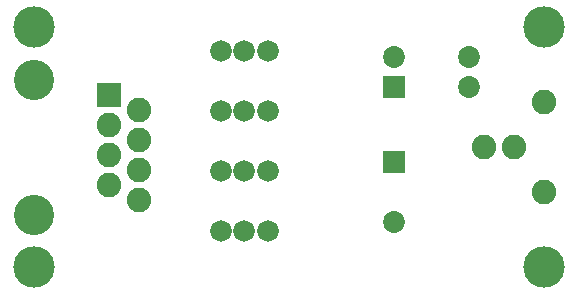
<source format=gts>
G75*
G70*
%OFA0B0*%
%FSLAX24Y24*%
%IPPOS*%
%LPD*%
%AMOC8*
5,1,8,0,0,1.08239X$1,22.5*
%
%ADD10C,0.0820*%
%ADD11R,0.0820X0.0820*%
%ADD12C,0.1340*%
%ADD13C,0.0720*%
%ADD14C,0.1380*%
%ADD15C,0.0730*%
%ADD16R,0.0730X0.0730*%
D10*
X007892Y003475D03*
X006892Y003975D03*
X007892Y004475D03*
X006892Y004975D03*
X007892Y005475D03*
X006892Y005975D03*
X007892Y006475D03*
X019392Y005225D03*
X020392Y005225D03*
X021392Y006725D03*
X021392Y003725D03*
D11*
X006892Y006975D03*
D12*
X004392Y007475D03*
X004392Y002975D03*
D13*
X010605Y002442D03*
X011392Y002442D03*
X012179Y002442D03*
X012179Y004442D03*
X011392Y004442D03*
X010605Y004442D03*
X010605Y006442D03*
X011392Y006442D03*
X012179Y006442D03*
X012179Y008442D03*
X011392Y008442D03*
X010605Y008442D03*
D14*
X004392Y001225D03*
X021392Y001225D03*
X021392Y009225D03*
X004392Y009225D03*
D15*
X016392Y008225D03*
X018892Y008225D03*
X018892Y007225D03*
X016392Y002725D03*
D16*
X016392Y004725D03*
X016392Y007225D03*
M02*

</source>
